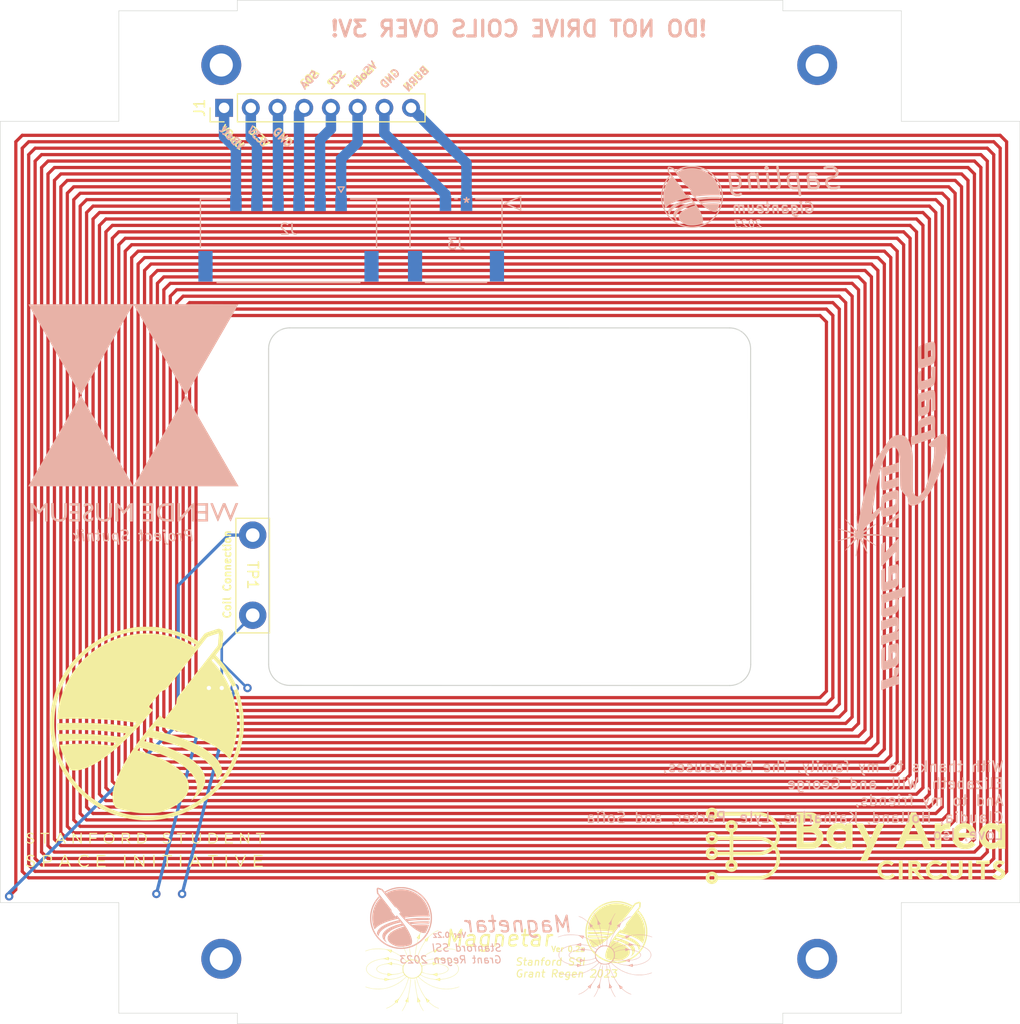
<source format=kicad_pcb>
(kicad_pcb (version 20221018) (generator pcbnew)
  (layers (0 "F.Cu" signal) (1 "In1.Cu" signal) (2 "In2.Cu" signal) (3 "In3.Cu" signal) (4 "In4.Cu" signal) (31 "B.Cu" signal) (34 "B.Paste" user) (35 "F.Paste" user) (36 "B.SilkS" user "B.Silkscreen") (37 "F.SilkS" user "F.Silkscreen") (38 "B.Mask" user) (39 "F.Mask" user) (44 "Edge.Cuts" user))
  (net 0 "")
  (net 5 "Net-(J1-Pin_1)")
  (net 6 "Net-(J1-Pin_2)")
  (net 7 "Net-(J1-Pin_3)")
  (net 8 "Net-(J1-Pin_4)")
  (net 9 "Coil_IN")
  (net 10 "Net-(J1-Pin_5)")
  (net 11 "Net-(J1-Pin_6)")
  (net 12 "Net-(J1-Pin_7)")
  (net 13 "Net-(J1-Pin_8)")
  (footprint "Connector_PinHeader_2.54mm:PinHeader_1x08_P2.54mm_Vertical" (layer "F.Cu") (at 106.254 54.5856 90)
    (fp_text reference "J1" (at 0 -2.33 90) (layer "F.SilkS"))
    (fp_text value "Screw_Terminal_01x08" hide)
    (pad "1" thru_hole rect locked (at 0 0 90) (size 1.7 1.7) (drill 1) (layers "*.Cu" "*.Mask") (net 5 "Net-(J1-Pin_1)"))
    (pad "2" thru_hole oval locked (at 0 2.54 90) (size 1.7 1.7) (drill 1) (layers "*.Cu" "*.Mask") (net 6 "Net-(J1-Pin_2)"))
    (pad "3" thru_hole oval locked (at 0 5.08 90) (size 1.7 1.7) (drill 1) (layers "*.Cu" "*.Mask") (net 7 "Net-(J1-Pin_3)"))
    (pad "4" thru_hole oval locked (at 0 7.62 90) (size 1.7 1.7) (drill 1) (layers "*.Cu" "*.Mask") (net 8 "Net-(J1-Pin_4)"))
    (pad "5" thru_hole oval locked (at 0 10.16 90) (size 1.7 1.7) (drill 1) (layers "*.Cu" "*.Mask") (net 10 "Net-(J1-Pin_5)"))
    (pad "6" thru_hole oval locked (at 0 12.7 90) (size 1.7 1.7) (drill 1) (layers "*.Cu" "*.Mask") (net 11 "Net-(J1-Pin_6)"))
    (pad "7" thru_hole oval locked (at 0 15.24 90) (size 1.7 1.7) (drill 1) (layers "*.Cu" "*.Mask") (net 12 "Net-(J1-Pin_7)"))
    (pad "8" thru_hole oval locked (at 0 17.78 90) (size 1.7 1.7) (drill 1) (layers "*.Cu" "*.Mask") (net 13 "Net-(J1-Pin_8)"))
  )
  (footprint "panels:logo_magnet_1" (layer "F.Cu") (at 124.172808 136.476222)
    (fp_text reference "REF**" hide)
    (fp_text value "logo_magnet_1" hide)
  )
  (footprint "panels:BAC_logo" (layer "F.Cu") (at 166.53 124.35)
    (fp_text reference "REF**" hide)
    (fp_text value "BAC_logo" hide)
  )
  (footprint "MountingHole:MountingHole_2.2mm_M2_DIN965_Pad_TopBottom" (layer "F.Cu") (at 162.662 50.5132)
    (fp_text reference "H3")
    (fp_text value "~")
    (pad "1" thru_hole circle (at 0 0) (size 2.6 2.6) (drill 2.2) (layers "*.Cu" "*.Mask"))
    (pad "1" connect circle (at 0 0) (size 3.8 3.8) (layers "F.Cu" "F.Mask"))
    (pad "1" connect circle (at 0 0) (size 3.8 3.8) (layers "B.Cu" "B.Mask"))
  )
  (footprint "panels:logo_SSI_small" (layer "F.Cu") (at 143.402808 133.246222)
    (fp_text reference "REF**" hide)
    (fp_text value "logo_SSI_small" hide)
  )
  (footprint "MountingHole:MountingHole_2.2mm_M2_DIN965_Pad_TopBottom" (layer "F.Cu") (at 162.662 135.5132)
    (fp_text reference "H2")
    (fp_text value "~")
    (pad "1" thru_hole circle (at 0 0) (size 2.6 2.6) (drill 2.2) (layers "*.Cu" "*.Mask"))
    (pad "1" connect circle (at 0 0) (size 3.8 3.8) (layers "F.Cu" "F.Mask"))
    (pad "1" connect circle (at 0 0) (size 3.8 3.8) (layers "B.Cu" "B.Mask"))
  )
  (footprint "panels:logo_SSI" (layer "F.Cu") (at 99.14 113.82)
    (fp_text reference "REF**" hide)
    (fp_text value "logo_SSI" hide)
  )
  (footprint "panels:TestPointConnection" (layer "F.Cu") (at 108.476 99.0376 -90)
    (fp_text reference "TP1" (at 0 -0.5 -90 unlocked) (layer "F.SilkS"))
    (fp_text value "Start/End of Coil Series" hide)
    (pad "1" thru_hole circle (at -3.82 -0.5 270) (size 2.6 2.6) (drill 1.3) (layers "*.Cu" "*.Mask") (net 9 "Coil_IN"))
    (pad "2" thru_hole circle (at 3.8 -0.5 270) (size 2.6 2.6) (drill 1.3) (layers "*.Cu" "*.Mask") (net 9 "Coil_IN"))
  )
  (footprint "MountingHole:MountingHole_2.2mm_M2_DIN965_Pad_TopBottom" (layer "F.Cu") (at 105.988 135.5132)
    (fp_text reference "H1")
    (fp_text value "~")
    (pad "1" thru_hole circle (at 0 0) (size 2.6 2.6) (drill 2.2) (layers "*.Cu" "*.Mask"))
    (pad "1" connect circle (at 0 0) (size 3.8 3.8) (layers "F.Cu" "F.Mask"))
    (pad "1" connect circle (at 0 0) (size 3.8 3.8) (layers "B.Cu" "B.Mask"))
  )
  (footprint "MountingHole:MountingHole_2.2mm_M2_DIN965_Pad_TopBottom" (layer "F.Cu") (at 105.988 50.5132)
    (fp_text reference "H4" hide)
    (fp_text value "~")
    (pad "1" thru_hole circle (at 0 0) (size 2.6 2.6) (drill 2.2) (layers "*.Cu" "*.Mask"))
    (pad "1" connect circle (at 0 0) (size 3.8 3.8) (layers "F.Cu" "F.Mask"))
    (pad "1" connect circle (at 0 0) (size 3.8 3.8) (layers "B.Cu" "B.Mask"))
  )
  (footprint "panels:MOLEX_2053380006" (layer "B.Cu") (at 112.38 67.23)
    (fp_text reference "J2" (at 0 -1.11) (layer "B.SilkS") (effects (justify mirror)))
    (fp_text value "MOLEX_2053380006" hide)
    (pad "1" smd rect (at 5 -3.55) (size 1.1 1.45) (layers "B.Cu" "B.Paste") (net 11 "Net-(J1-Pin_6)"))
    (pad "2" smd rect (at 3 -3.55) (size 1.1 1.45) (layers "B.Cu" "B.Paste") (net 10 "Net-(J1-Pin_5)"))
    (pad "3" smd rect (at 1 -3.55) (size 1.1 1.45) (layers "B.Cu" "B.Paste") (net 8 "Net-(J1-Pin_4)"))
    (pad "4" smd rect (at -1 -3.55) (size 1.1 1.45) (layers "B.Cu" "B.Paste") (net 7 "Net-(J1-Pin_3)"))
    (pad "5" smd rect (at -3 -3.55) (size 1.1 1.45) (layers "B.Cu" "B.Paste") (net 6 "Net-(J1-Pin_2)"))
    (pad "6" smd rect (at -5 -3.55) (size 1.1 1.45) (layers "B.Cu" "B.Paste") (net 5 "Net-(J1-Pin_1)"))
    (pad "S1" smd rect (at 7.895 2.425) (size 1.35 2.9) (layers "B.Cu" "B.Paste"))
    (pad "S2" smd rect (at -7.895 2.425) (size 1.35 2.9) (layers "B.Cu" "B.Paste"))
  )
  (footprint "panels:logo_SSI_small" (layer "B.Cu") (at 150.91 63.33 180)
    (fp_text reference "REF**" hide)
    (fp_text value "logo_SSI_small" hide)
  )
  (footprint "panels:SLAB_logo" (layer "B.Cu") (at 171.03 93.61 90)
    (fp_text reference "REF**" hide)
    (fp_text value "SLAB_logo" hide)
  )
  (footprint "panels:logo_SSI_small" (layer "B.Cu") (at 123.238808 131.910222 180)
    (fp_text reference "REF**" hide)
    (fp_text value "logo_SSI_small" hide)
  )
  (footprint "panels:2053380002" (layer "B.Cu") (at 129.3085 63.670001)
    (fp_text reference "J3" (at -0.989991 3.849999) (layer "B.SilkS") (effects (justify mirror)))
    (fp_text value "Conn_01x02" hide)
    (fp_text user "*" (at 0 0 180) (layer "B.SilkS") (effects (justify mirror)))
    (pad "1" smd rect (at 0 0) (size 1.1 1.45) (layers "B.Cu" "B.Paste" "B.Mask") (net 13 "Net-(J1-Pin_8)"))
    (pad "2" smd rect (at -2.000001 0) (size 1.1 1.45) (layers "B.Cu" "B.Paste" "B.Mask") (net 12 "Net-(J1-Pin_7)"))
    (pad "3" smd rect (at 2.894998 5.974999) (size 1.35 2.899999) (layers "B.Cu" "B.Paste" "B.Mask"))
    (pad "4" smd rect (at -4.894997 5.974999) (size 1.35 2.899999) (layers "B.Cu" "B.Paste" "B.Mask"))
  )
  (footprint "panels:logo_Wende_Sputnik" (layer "B.Cu") (at 97.62899 81.785361 180)
    (fp_text reference "REF**" hide)
    (fp_text value "logo_Wende_Sputnik" hide)
    (fp_text user "Project Sputnik" (at 0 -13.5 unlocked) (layer "B.SilkS") (effects (font (thickness 0.15) italic) (justify mirror)))
  )
  (footprint "panels:logo_magnet_1" (layer "B.Cu") (at 142.468808 135.140222 180)
    (fp_text reference "REF**" hide)
    (fp_text value "logo_magnet_1" hide)
  )
  (gr_line (start 159.388 140.6832) (end 159.388 141.6832) (stroke (width 0.05)) (layer "Edge.Cuts"))
  (gr_line (start 107.516 140.6832) (end 96.242 140.6832) (stroke (width 0.05)) (layer "Edge.Cuts"))
  (gr_arc (start 110.487719 77.516795) (mid 111.0739 76.099372) (end 112.49 75.51) (stroke (width 0.1)) (layer "Edge.Cuts"))
  (gr_line (start 181.936 130.1676) (end 181.938 55.87) (stroke (width 0.05)) (layer "Edge.Cuts"))
  (gr_line (start 107.516 141.6832) (end 107.516 140.6832) (stroke (width 0.05)) (layer "Edge.Cuts"))
  (gr_line (start 154.334519 109.52) (end 112.496795 109.51) (stroke (width 0.1)) (layer "Edge.Cuts"))
  (gr_line (start 181.938 55.87) (end 170.664 55.87) (stroke (width 0.05)) (layer "Edge.Cuts"))
  (gr_line (start 170.662 140.6832) (end 170.662 130.1676) (stroke (width 0.05)) (layer "Edge.Cuts"))
  (gr_line (start 84.97 55.87) (end 84.968 130.1676) (stroke (width 0.05)) (layer "Edge.Cuts"))
  (gr_arc (start 112.496795 109.51) (mid 111.079372 108.923819) (end 110.49 107.507719) (stroke (width 0.1)) (layer "Edge.Cuts"))
  (gr_line (start 96.244 55.87) (end 96.244 45.3544) (stroke (width 0.05)) (layer "Edge.Cuts"))
  (gr_line (start 112.49 75.51) (end 154.32 75.5132) (stroke (width 0.1)) (layer "Edge.Cuts"))
  (gr_line (start 110.487719 77.516795) (end 110.49 107.507719) (stroke (width 0.1)) (layer "Edge.Cuts"))
  (gr_line (start 181.936 130.1676) (end 170.662 130.1676) (stroke (width 0.05)) (layer "Edge.Cuts"))
  (gr_line (start 107.518 45.3544) (end 107.518 44.3544) (stroke (width 0.05)) (layer "Edge.Cuts"))
  (gr_line (start 170.664 45.3544) (end 159.39 45.3544) (stroke (width 0.05)) (layer "Edge.Cuts"))
  (gr_line (start 156.326795 77.515481) (end 156.3368 107.513205) (stroke (width 0.1)) (layer "Edge.Cuts"))
  (gr_arc (start 156.3368 107.513205) (mid 155.750619 108.930628) (end 154.334519 109.52) (stroke (width 0.1)) (layer "Edge.Cuts"))
  (gr_line (start 170.664 55.87) (end 170.664 45.3544) (stroke (width 0.05)) (layer "Edge.Cuts"))
  (gr_line (start 107.518 45.3544) (end 96.244 45.3544) (stroke (width 0.05)) (layer "Edge.Cuts"))
  (gr_line (start 159.388 141.6832) (end 107.516 141.6832) (stroke (width 0.05)) (layer "Edge.Cuts"))
  (gr_line (start 159.39 44.3544) (end 159.39 45.3544) (stroke (width 0.05)) (layer "Edge.Cuts"))
  (gr_line (start 159.39 44.3544) (end 107.518 44.3544) (stroke (width 0.05)) (layer "Edge.Cuts"))
  (gr_line (start 96.242 130.1676) (end 84.968 130.1676) (stroke (width 0.05)) (layer "Edge.Cuts"))
  (gr_line (start 170.662 140.6832) (end 159.388 140.6832) (stroke (width 0.05)) (layer "Edge.Cuts"))
  (gr_line (start 96.242 140.6832) (end 96.242 130.1676) (stroke (width 0.05)) (layer "Edge.Cuts"))
  (gr_line (start 96.244 55.87) (end 84.97 55.87) (stroke (width 0.05)) (layer "Edge.Cuts"))
  (gr_arc (start 154.32 75.5132) (mid 155.737423 76.099381) (end 156.326795 77.515481) (stroke (width 0.1)) (layer "Edge.Cuts"))
  (gr_text "2023" (at 157.514 65.616) (layer "B.SilkS") (effects (font (size 0.7 0.7) (thickness 0.1) italic) (justify left mirror)))
  (gr_text "SDA" (at 114.37 51.92 45) (layer "B.SilkS") (effects (font (size 0.7 0.7)) (justify mirror)))
  (gr_text "!DO NOT DRIVE COILS OVER 3V!" (at 134.28 47.07) (layer "B.SilkS") (effects (font (size 1.5 1.5) (thickness 0.3)) (justify mirror)))
  (gr_text "Stanford SSI \nGrant Regen 2023" (at 132.738808 135.030222) (layer "B.SilkS") (effects (font (size 0.7 0.7) (thickness 0.1) italic) (justify left mirror)))
  (gr_text "VSolar" (at 119.44 51.54 45) (layer "B.SilkS") (effects (font (size 0.7 0.7)) (justify mirror)))
  (gr_text "3.3V\n" (at 109.45 57.33 315) (layer "B.SilkS") (effects (font (size 0.7 0.7)) (justify mirror)))
  (gr_text "VBatt" (at 107 57.45 315) (layer "B.SilkS") (effects (font (size 0.7 0.7)) (justify mirror)))
  (gr_text "Sapling" (at 159.546 61.298) (layer "B.SilkS") (effects (font (size 2 2) (thickness 0.25) italic) (justify mirror)))
  (gr_text "Ver 0.2z" (at 127.688808 133.250222) (layer "B.SilkS") (effects (font (size 0.5 0.5) (thickness 0.1)) (justify mirror)))
  (gr_text "SCL" (at 116.92 51.88 45) (layer "B.SilkS") (effects (font (size 0.7 0.7)) (justify mirror)))
  (gr_text "BURN" (at 124.51 51.84 45) (layer "B.SilkS") (effects (font (size 0.7 0.7)) (justify mirror)))
  (gr_text "GND" (at 111.79 57.45 315) (layer "B.SilkS") (effects (font (size 0.7 0.7)) (justify mirror)))
  (gr_text "Magnetar" (at 134.258808 132.230222) (layer "B.SilkS") (effects (font (size 1.5 1.5) (thickness 0.2) italic) (justify mirror)))
  (gr_text "With thanks to my family, The Porteouses,\nElizabeth, Will, and George\nAnd to my friends,\nClaudia, Holland, Katharine, Lyle, Parker, and Sofia\nLove, Iso" (at 180.49 120.46) (layer "B.SilkS") (effects (font (size 1 1)) (justify left mirror)))
  (gr_text "Giganteum" (at 158.53 64.092) (layer "B.SilkS") (effects (font (size 1 1) (thickness 0.18) italic) (justify mirror)))
  (gr_text "GND\n" (at 122.04 51.8 45) (layer "B.SilkS") (effects (font (size 0.7 0.7)) (justify mirror)))
  (gr_text "SCL" (at 116.922 51.7916 45) (layer "F.SilkS") (effects (font (size 0.7 0.7))))
  (gr_text "3.3V\n" (at 109.556 57.3796 -45) (layer "F.SilkS") (effects (font (size 0.7 0.7))))
  (gr_text "Stanford SSI \nGrant Regen 2023" (at 133.902808 136.366222) (layer "F.SilkS") (effects (font (size 0.7 0.7) (thickness 0.1) italic) (justify left)))
  (gr_text "Coil Connection" (at 106.55 98.95 90) (layer "F.SilkS") (effects (font (size 0.7 0.7))))
  (gr_text "GND\n" (at 122.002 51.7916 45) (layer "F.SilkS") (effects (font (size 0.7 0.7))))
  (gr_text "VBatt" (at 107.016 57.3796 -45) (layer "F.SilkS") (effects (font (size 0.7 0.7))))
  (gr_text "GND" (at 111.842 57.3796 -45) (layer "F.SilkS") (effects (font (size 0.7 0.7))))
  (gr_text "BURN" (at 124.542 51.7916 45) (layer "F.SilkS") (effects (font (size 0.7 0.7))))
  (gr_text "VSolar" (at 119.462 51.5376 45) (layer "F.SilkS") (effects (font (size 0.7 0.7))))
  (gr_text "Ver 0.2z" (at 138.952808 134.586222) (layer "F.SilkS") (effects (font (size 0.5 0.5) (thickness 0.1))))
  (gr_text "Magnetar" (at 132.382808 133.566222) (layer "F.SilkS") (effects (font (size 1.5 1.5) (thickness 0.2) italic)))
  (gr_text "SDA" (at 114.382 51.7916 45) (layer "F.SilkS") (effects (font (size 0.7 0.7))))
  (segment (start 107.38 58.45) (end 106.254 57.324) (width 1) (layer "B.Cu") (net 5))
  (segment (start 106.254 57.324) (end 106.254 54.5856) (width 1) (layer "B.Cu") (net 5))
  (segment (start 107.38 63.68) (end 107.38 58.45) (width 1) (layer "B.Cu") (net 5))
  (segment (start 109.45 58.08) (end 109.38 58.15) (width 1) (layer "B.Cu") (net 6))
  (segment (start 109.38 58.15) (end 109.38 63.68) (width 1) (layer "B.Cu") (net 6))
  (segment (start 108.794 54.5856) (end 108.794 57.424) (width 1) (layer "B.Cu") (net 6))
  (segment (start 108.794 57.424) (end 109.45 58.08) (width 1) (layer "B.Cu") (net 6))
  (segment (start 111.38 54.6316) (end 111.334 54.5856) (width 1) (layer "B.Cu") (net 7))
  (segment (start 111.38 63.68) (end 111.38 54.6316) (width 1) (layer "B.Cu") (net 7))
  (segment (start 113.38 63.68) (end 113.38 55.0796) (width 1) (layer "B.Cu") (net 8))
  (segment (start 113.38 55.0796) (end 113.874 54.5856) (width 1) (layer "B.Cu") (net 8))
  (segment (start 170.880001 117.405999) (end 170.268 118.017999) (width 0.306) (layer "F.Cu") (net 9))
  (segment (start 173.328001 63.93) (end 173.940001 64.542) (width 0.306) (layer "F.Cu") (net 9))
  (segment (start 90.732001 60.87) (end 176.388001 60.87) (width 0.306) (layer "F.Cu") (net 9))
  (segment (start 165.984001 112.509999) (end 165.372001 113.121999) (width 0.306) (layer "F.Cu") (net 9))
  (segment (start 101.748001 113.733999) (end 101.136 113.121999) (width 0.306) (layer "F.Cu") (net 9))
  (segment (start 169.656001 116.182) (end 169.044001 116.793999) (width 0.306) (layer "F.Cu") (net 9))
  (segment (start 170.268 118.017999) (end 97.464001 118.017999) (width 0.306) (layer "F.Cu") (net 9))
  (segment (start 175.776001 61.482) (end 176.388001 62.094) (width 0.306) (layer "F.Cu") (net 9))
  (segment (start 176.388001 60.87) (end 177.000001 61.482) (width 0.306) (layer "F.Cu") (net 9))
  (segment (start 179.448001 127.197999) (end 88.284001 127.197999) (width 0.306) (layer "F.Cu") (net 9))
  (segment (start 164.148 74.334) (end 164.148 110.674) (width 0.306) (layer "F.Cu") (net 9))
  (segment (start 99.300001 116.181999) (end 98.688001 115.569999) (width 0.306) (layer "F.Cu") (net 9))
  (segment (start 178.836001 58.422) (end 179.448001 59.034) (width 0.306) (layer "F.Cu") (net 9))
  (segment (start 100.524001 70.662) (end 166.596 70.662) (width 0.306) (layer "F.Cu") (net 9))
  (segment (start 162.924001 74.334) (end 163.536001 74.946) (width 0.306) (layer "F.Cu") (net 9))
  (segment (start 163.536001 110.061999) (end 162.924001 110.673999) (width 0.306) (layer "F.Cu") (net 9))
  (segment (start 178.836001 59.645999) (end 178.836001 125.362) (width 0.306) (layer "F.Cu") (net 9))
  (segment (start 98.688001 68.826) (end 168.432001 68.826) (width 0.306) (layer "F.Cu") (net 9))
  (segment (start 96.852001 68.214) (end 96.852001 117.406) (width 0.306) (layer "F.Cu") (net 9))
  (segment (start 177.612 125.362) (end 90.120001 125.362) (width 0.306) (layer "F.Cu") (net 9))
  (segment (start 87.672001 57.81) (end 179.448001 57.81) (width 0.306) (layer "F.Cu") (net 9))
  (segment (start 95.016001 120.465999) (end 94.404001 119.853999) (width 0.306) (layer "F.Cu") (net 9))
  (segment (start 89.508001 60.87) (end 90.120001 60.258) (width 0.306) (layer "F.Cu") (net 9))
  (segment (start 95.628001 66.99) (end 95.628001 118.63) (width 0.306) (layer "F.Cu") (net 9))
  (segment (start 89.508001 60.87) (end 89.508001 124.75) (width 0.306) (layer "F.Cu") (net 9))
  (segment (start 98.076001 69.438) (end 98.076001 116.182) (width 0.306) (layer "F.Cu") (net 9))
  (segment (start 173.328001 119.853999) (end 172.716001 120.465999) (width 0.306) (layer "F.Cu") (net 9))
  (segment (start 93.792001 121.69) (end 93.18 121.078) (width 0.306) (layer "F.Cu") (net 9))
  (segment (start 178.836001 126.585999) (end 88.896001 126.585999) (width 0.306) (layer "F.Cu") (net 9))
  (segment (start 170.268 66.99) (end 170.880001 67.602) (width 0.306) (layer "F.Cu") (net 9))
  (segment (start 96.852001 68.214) (end 97.464001 67.602) (width 0.306) (layer "F.Cu") (net 9))
  (segment (start 177 124.75) (end 90.732 124.75) (width 0.306) (layer "F.Cu") (net 9))
  (segment (start 90.120001 60.258) (end 177 60.258) (width 0.306) (layer "F.Cu") (net 9))
  (segment (start 87.060001 57.198) (end 86.448001 57.81) (width 0.306) (layer "F.Cu") (net 9))
  (segment (start 87.672 127.81) (end 180.06 127.81) (width 0.306) (layer "F.Cu") (net 9))
  (segment (start 163.536 111.286) (end 104.196 111.286) (width 0.306) (layer "F.Cu") (net 9))
  (segment (start 170.880001 67.602) (end 170.880001 117.405999) (width 0.306) (layer "F.Cu") (net 9))
  (segment (start 172.104001 65.154) (end 172.716001 65.766) (width 0.306) (layer "F.Cu") (net 9))
  (segment (start 101.748001 73.109999) (end 102.360001 72.498) (width 0.306) (layer "F.Cu") (net 9))
  (segment (start 166.596001 71.886) (end 166.596001 113.121999) (width 0.306) (layer "F.Cu") (net 9))
  (segment (start 178.224001 124.75) (end 177.612 125.362) (width 0.306) (layer "F.Cu") (net 9))
  (segment (start 174.552001 62.706) (end 175.164001 63.317999) (width 0.306) (layer "F.Cu") (net 9))
  (segment (start 87.672001 59.034) (end 88.284001 58.422) (width 0.306) (layer "F.Cu") (net 9))
  (segment (start 95.016001 66.377999) (end 95.016001 119.242) (width 0.306) (layer "F.Cu") (net 9))
  (segment (start 98.688001 116.793999) (end 98.076 116.182) (width 0.306) (layer "F.Cu") (net 9))
  (segment (start 103.584001 73.722) (end 163.536 73.722) (width 0.306) (layer "F.Cu") (net 9))
  (segment (start 167.208 113.733999) (end 166.596 114.345999) (width 0.306) (layer "F.Cu") (net 9))
  (segment (start 95.016001 66.377999) (end 95.628001 65.766) (width 0.306) (layer "F.Cu") (net 9))
  (segment (start 171.492 119.241999) (end 96.240001 119.241999) (width 0.306) (layer "F.Cu") (net 9))
  (segment (start 173.94 121.69) (end 93.792001 121.69) (width 0.306) (layer "F.Cu") (net 9))
  (segment (start 92.568001 63.93) (end 92.568001 121.69) (width 0.306) (layer "F.Cu") (net 9))
  (segment (start 86.448001 128.931999) (end 85.81 129.57) (width 0.306) (layer "F.Cu") (net 9))
  (segment (start 175.164001 122.913999) (end 92.568001 122.913999) (width 0.306) (layer "F.Cu") (net 9))
  (segment (start 177.000001 123.525999) (end 176.388001 124.137999) (width 0.306) (layer "F.Cu") (net 9))
  (segment (start 180.672 57.81) (end 180.06 57.198) (width 0.306) (layer "F.Cu") (net 9))
  (segment (start 178.836001 125.362) (end 178.224001 125.974) (width 0.306) (layer "F.Cu") (net 9))
  (segment (start 98.076001 69.438) (end 98.688001 68.826) (width 0.306) (layer "F.Cu") (net 9))
  (segment (start 104.196 111.286) (end 103.584 110.674) (width 0.306) (layer "F.Cu") (net 9))
  (segment (start 96.240001 67.602) (end 96.852001 66.99) (width 0.306) (layer "F.Cu") (net 9))
  (segment (start 88.896001 126.585999) (end 88.284001 125.973999) (width 0.306) (layer "F.Cu") (net 9))
  (segment (start 89.508001 59.646) (end 177.612 59.646) (width 0.306) (layer "F.Cu") (net 9))
  (segment (start 178.224001 125.974) (end 89.508001 125.974) (width 0.306) (layer "F.Cu") (net 9))
  (segment (start 169.044001 69.438) (end 169.044001 115.569999) (width 0.306) (layer "F.Cu") (net 9))
  (segment (start 180.060001 58.422) (end 180.060001 126.585999) (width 0.306) (layer "F.Cu") (net 9))
  (segment (start 93.180001 64.542) (end 93.180001 121.078) (width 0.306) (layer "F.Cu") (net 9))
  (segment (start 100.524001 71.886) (end 100.524001 113.734) (width 0.306) (layer "F.Cu") (net 9))
  (segment (start 102.972001 74.334) (end 103.584001 73.722) (width 0.306) (layer "F.Cu") (net 9))
  (segment (start 99.300001 70.662) (end 99.912001 70.05) (width 0.306) (layer "F.Cu") (net 9))
  (segment (start 90.120001 125.362) (end 89.508001 124.75) (width 0.306) (layer "F.Cu") (net 9))
  (segment (start 169.656001 68.826) (end 169.656001 116.182) (width 0.306) (layer "F.Cu") (net 9))
  (segment (start 100.524001 114.957999) (end 99.912001 114.345999) (width 0.306) (layer "F.Cu") (net 9))
  (segment (start 169.044001 116.793999) (end 98.688001 116.793999) (width 0.306) (layer "F.Cu") (net 9))
  (segment (start 172.104001 118.629999) (end 171.492 119.241999) (width 0.306) (layer "F.Cu") (net 9))
  (segment (start 167.820001 70.662) (end 167.820001 114.345999) (width 0.306) (layer "F.Cu") (net 9))
  (segment (start 91.956001 63.317999) (end 91.956001 122.302) (width 0.306) (layer "F.Cu") (net 9))
  (segment (start 172.104001 66.377999) (end 172.104001 118.629999) (width 0.306) (layer "F.Cu") (net 9))
  (segment (start 171.492001 66.99) (end 171.492001 118.018) (width 0.306) (layer "F.Cu") (net 9))
  (segment (start 175.776001 62.706) (end 175.776001 122.302) (width 0.306) (layer "F.Cu") (net 9))
  (segment (start 86.448001 57.81) (end 86.448001 128.931999) (width 0.306) (layer "F.Cu") (net 9))
  (segment (start 169.656 117.405999) (end 98.076 117.405999) (width 0.306) (layer "F.Cu") (net 9))
  (segment (start 91.344001 62.706) (end 91.344001 122.914) (width 0.306) (layer "F.Cu") (net 9))
  (segment (start 180.06 127.81) (end 180.672 127.198) (width 0.306) (layer "F.Cu") (net 9))
  (segment (start 169.044001 115.569999) (end 168.432001 116.181999) (width 0.306) (layer "F.Cu") (net 9))
  (segment (start 88.284001 58.422) (end 178.836001 58.422) (width 0.306) (layer "F.Cu") (net 9))
  (segment (start 180.06 57.198) (end 87.060001 57.198) (width 0.306) (layer "F.Cu") (net 9))
  (segment (start 91.344001 62.706) (end 91.956001 62.094) (width 0.306) (layer "F.Cu") (net 9))
  (segment (start 101.136001 71.274) (end 165.984001 71.274) (width 0.306) (layer "F.Cu") (net 9))
  (segment (start 101.136001 72.498) (end 101.748001 71.886) (width 0.306) (layer "F.Cu") (net 9))
  (segment (start 175.164001 121.689999) (end 174.552001 122.301999) (width 0.306) (layer "F.Cu") (net 9))
  (segment (start 93.792001 65.154) (end 93.792001 120.466) (width 0.306) (layer "F.Cu") (net 9))
  (segment (start 98.076001 68.214) (end 169.044001 68.214) (width 0.306) (layer "F.Cu") (net 9))
  (segment (start 88.896001 59.034) (end 178.224001 59.034) (width 0.306) (layer "F.Cu") (net 9))
  (segment (start 94.404001 65.766) (end 95.016001 65.154) (width 0.306) (layer "F.Cu") (net 9))
  (segment (start 165.372001 113.121999) (end 102.360001 113.121999) (width 0.306) (layer "F.Cu") (net 9))
  (segment (start 90.732 124.75) (end 90.12 124.138) (width 0.306) (layer "F.Cu") (net 9))
  (segment (start 178.224001 60.258) (end 178.224001 124.75) (width 0.306) (layer "F.Cu") (net 9))
  (segment (start 164.760001 72.498) (end 165.372001 73.109999) (width 0.306) (layer "F.Cu") (net 9))
  (segment (start 101.748001 73.109999) (end 101.748001 112.51) (width 0.306) (layer "F.Cu") (net 9))
  (segment (start 164.760001 73.722) (end 164.760001 111.286) (width 0.306) (layer "F.Cu") (net 9))
  (segment (start 170.268 116.793999) (end 169.656 117.405999) (width 0.306) (layer "F.Cu") (net 9))
  (segment (start 95.628001 66.99) (end 96.240001 66.378) (width 0.306) (layer "F.Cu") (net 9))
  (segment (start 176.388001 122.913999) (end 175.776001 123.525999) (width 0.306) (layer "F.Cu") (net 9))
  (segment (start 95.628001 65.766) (end 171.492 65.766) (width 0.306) (layer "F.Cu") (net 9))
  (segment (start 90.120001 61.482) (end 90.120001 124.138) (width 0.306) (layer "F.Cu") (net 9))
  (segment (start 164.760001 112.509999) (end 102.972001 112.509999) (width 0.306) (layer "F.Cu") (net 9))
  (segment (start 91.956001 62.094) (end 175.164001 62.094) (width 0.306) (layer "F.Cu") (net 9))
  (segment (start 102.972001 112.509999) (end 102.36 111.897999) (width 0.306) (layer "F.Cu") (net 9))
  (segment (start 172.716001 119.242) (end 172.104001 119.853999) (width 0.306) (layer "F.Cu") (net 9))
  (segment (start 92.568001 122.913999) (end 91.956 122.302) (width 0.306) (layer "F.Cu") (net 9))
  (segment (start 102.972001 74.334) (end 102.972001 111.286) (width 0.306) (layer "F.Cu") (net 9))
  (segment (start 167.208 71.274) (end 167.208 113.733999) (width 0.306) (layer "F.Cu") (net 9))
  (segment (start 102.360001 73.722) (end 102.360001 111.898) (width 0.306) (layer "F.Cu") (net 9))
  (segment (start 98.688001 70.049999) (end 99.300001 69.438) (width 0.306) (layer "F.Cu") (net 9))
  (segment (start 102.360001 72.498) (end 164.760001 72.498) (width 0.306) (layer "F.Cu") (net 9))
  (segment (start 91.956001 63.317999) (end 92.568001 62.706) (width 0.306) (layer "F.Cu") (net 9))
  (segment (start 96.240001 119.241999) (end 95.628001 118.629999) (width 0.306) (layer "F.Cu") (net 9))
  (segment (start 171.492 65.766) (end 172.104001 66.377999) (width 0.306) (layer "F.Cu") (net 9))
  (segment (start 167.820001 114.345999) (end 167.208 114.957999) (width 0.306) (layer "F.Cu") (net 9))
  (segment (start 164.148 110.674) (end 163.536 111.286) (width 0.306) (layer "F.Cu") (net 9))
  (segment (start 93.792001 63.93) (end 173.328001 63.93) (width 0.306) (layer "F.Cu") (net 9))
  (segment (start 167.208 70.05) (end 167.820001 70.662) (width 0.306) (layer "F.Cu") (net 9))
  (segment (start 168.432 70.049999) (end 168.432 114.957999) (width 0.306) (layer "F.Cu") (net 9))
  (segment (start 91.956001 123.525999) (end 91.344001 122.913999) (width 0.306) (layer "F.Cu") (net 9))
  (segment (start 102.360001 113.121999) (end 101.748001 112.509999) (width 0.306) (layer "F.Cu") (net 9))
  (segment (start 178.224001 59.034) (end 178.836001 59.645999) (width 0.306) (layer "F.Cu") (net 9))
  (segment (start 90.120001 61.482) (end 90.732001 60.87) (width 0.306) (layer "F.Cu") (net 9))
  (segment (start 177.000001 61.482) (end 177.000001 123.525999) (width 0.306) (layer "F.Cu") (net 9))
  (segment (start 105.42 110.673999) (end 104.808 109.755999) (width 0.306) (layer "F.Cu") (net 9))
  (segment (start 96.240001 67.602) (end 96.240001 118.018) (width 0.306) (layer "F.Cu") (net 9))
  (segment (start 96.852001 118.63) (end 96.24 118.018) (width 0.306) (layer "F.Cu") (net 9))
  (segment (start 172.716001 64.542) (end 173.328001 65.154) (width 0.306) (layer "F.Cu") (net 9))
  (segment (start 97.464001 68.826) (end 97.464001 116.794) (width 0.306) (layer "F.Cu") (net 9))
  (segment (start 88.896001 60.258) (end 88.896001 125.362) (width 0.306) (layer "F.Cu") (net 9))
  (segment (start 170.880001 66.378) (end 171.492001 66.99) (width 0.306) (layer "F.Cu") (net 9))
  (segment (start 165.372001 111.897999) (end 164.760001 112.509999) (width 0.306) (layer "F.Cu") (net 9))
  (segment (start 92.568001 62.706) (end 174.552001 62.706) (width 0.306) (layer "F.Cu") (net 9))
  (segment (start 177.612 60.87) (end 177.612 124.138) (width 0.306) (layer "F.Cu") (net 9))
  (segment (start 165.372001 73.109999) (end 165.372001 111.897999) (width 0.306) (layer "F.Cu") (net 9))
  (segment (start 99.912001 71.274) (end 99.912001 114.346) (width 0.306) (layer "F.Cu") (net 9))
  (segment (start 93.180001 64.542) (end 93.792001 63.93) (width 0.306) (layer "F.Cu") (net 9))
  (segment (start 94.404001 64.542) (end 172.716001 64.542) (width 0.306) (layer "F.Cu") (net 9))
  (segment (start 164.148001 73.11) (end 164.760001 73.722) (width 0.306) (layer "F.Cu") (net 9))
  (segment (start 93.792001 65.154) (end 94.404001 64.542) (width 0.306) (layer "F.Cu") (net 9))
  (segment (start 103.584001 111.898) (end 102.972001 111.286) (width 0.306) (layer "F.Cu") (net 9))
  (segment (start 87.060001 58.422) (end 87.672001 57.81) (width 0.306) (layer "F.Cu") (net 9))
  (segment (start 99.300001 70.662) (end 99.300001 114.958) (width 0.306) (layer "F.Cu") (net 9))
  (segment (start 173.94 63.318) (end 174.552 63.93) (width 0.306) (layer "F.Cu") (net 9))
  (segment (start 96.240001 66.378) (end 170.880001 66.378) (width 0.306) (layer "F.Cu") (net 9))
  (segment (start 179.448001 125.973999) (end 178.836001 126.585999) (width 0.306) (layer "F.Cu") (net 9))
  (segment (start 173.940001 64.542) (end 173.940001 120.465999) (width 0.306) (layer "F.Cu") (net 9))
  (segment (start 168.432 114.957999) (end 167.82 115.569999) (width 0.306) (layer "F.Cu") (net 9))
  (segment (start 166.596001 113.121999) (end 165.984001 113.733999) (width 0.306) (layer "F.Cu") (net 9))
  (segment (start 163.536001 74.946) (end 163.536001 110.061999) (width 0.306) (layer "F.Cu") (net 9))
  (segment (start 101.136001 72.498) (end 101.136001 113.121999) (width 0.306) (layer "F.Cu") (net 9))
  (segment (start 102.360001 73.722) (end 102.972001 73.11) (width 0.306) (layer "F.Cu") (net 9))
  (segment (start 167.208 114.957999) (end 100.524001 114.957999) (width 0.306) (layer "F.Cu") (net 9))
  (segment (start 172.716001 120.465999) (end 95.016001 120.465999) (width 0.306) (layer "F.Cu") (net 9))
  (segment (start 90.732001 62.094) (end 91.344001 61.482) (width 0.306) (layer "F.Cu") (net 9))
  (segment (start 93.180001 122.301999) (end 92.568001 121.689999) (width 0.306) (layer "F.Cu") (net 9))
  (segment (start 165.984001 72.498) (end 165.984001 112.509999) (width 0.306) (layer "F.Cu") (net 9))
  (segment (start 88.284001 59.645999) (end 88.284001 125.974) (width 0.306) (layer "F.Cu") (net 9))
  (segment (start 162.924001 110.673999) (end 105.42 110.673999) (width 0.306) (layer "F.Cu") (net 9))
  (segment (start 170.268 68.214) (end 170.268 116.793999) (width 0.306) (layer "F.Cu") (net 9))
  (segment (start 98.688001 70.049999) (end 98.688001 115.57) (width 0.306) (layer "F.Cu") (net 9))
  (segment (start 177 60.258) (end 177.612 60.87) (width 0.306) (layer "F.Cu") (net 9))
  (segment (start 175.776001 122.302) (end 175.164001 122.913999) (width 0.306) (layer "F.Cu") (net 9))
  (segment (start 96.852001 66.99) (end 170.268 66.99) (width 0.306) (layer "F.Cu") (net 9))
  (segment (start 94.404001 121.077999) (end 93.792001 120.465999) (width 0.306) (layer "F.Cu") (net 9))
  (segment (start 170.880001 118.63) (end 96.852001 118.63) (width 0.306) (layer "F.Cu") (net 9))
  (segment (start 174.552 121.078) (end 173.94 121.69) (width 0.306) (layer "F.Cu") (net 9))
  (segment (start 176.388001 62.094) (end 176.388001 122.913999) (width 0.306) (layer "F.Cu") (net 9))
  (segment (start 94.404001 65.766) (end 94.404001 119.854) (width 0.306) (layer "F.Cu") (net 9))
  (segment (start 173.940001 120.465999) (end 173.328001 121.077999) (width 0.306) (layer "F.Cu") (net 9))
  (segment (start 99.300001 69.438) (end 167.82 69.438) (width 0.306) (layer "F.Cu") (net 9))
  (segment (start 95.016001 65.154) (end 172.104001 65.154) (width 0.306) (layer "F.Cu") (net 9))
  (segment (start 164.760001 111.286) (end 164.148001 111.898) (width 0.306) (layer "F.Cu") (net 9))
  (segment (start 174.552001 122.301999) (end 93.180001 122.301999) (width 0.306) (layer "F.Cu") (net 9))
  (segment (start 163.536 73.722) (end 164.148 74.334) (width 0.306) (layer "F.Cu") (net 9))
  (segment (start 175.164001 63.317999) (end 175.164001 121.689999) (width 0.306) (layer "F.Cu") (net 9))
  (segment (start 91.344001 61.482) (end 175.776001 61.482) (width 0.306) (layer "F.Cu") (net 9))
  (segment (start 164.148001 111.898) (end 103.584001 111.898) (width 0.306) (layer "F.Cu") (net 9))
  (segment (start 97.464001 67.602) (end 169.656 67.602) (width 0.306) (layer "F.Cu") (net 9))
  (segment (start 172.716001 65.766) (end 172.716001 119.242) (width 0.306) (layer "F.Cu") (net 9))
  (segment (start 175.164001 62.094) (end 175.776001 62.706) (width 0.306) (layer "F.Cu") (net 9))
  (segment (start 88.284001 59.645999) (end 88.896001 59.034) (width 0.306) (layer "F.Cu") (net 9))
  (segment (start 168.432001 68.826) (end 169.044001 69.438) (width 0.306) (layer "F.Cu") (net 9))
  (segment (start 93.180001 63.318) (end 173.94 63.318) (width 0.306) (layer "F.Cu") (net 9))
  (segment (start 98.076 117.405999) (end 97.464 116.793999) (width 0.306) (layer "F.Cu") (net 9))
  (segment (start 99.912001 71.274) (end 100.524001 70.662) (width 0.306) (layer "F.Cu") (net 9))
  (segment (start 171.492001 118.018) (end 170.880001 118.63) (width 0.306) (layer "F.Cu") (net 9))
  (segment (start 101.136 114.345999) (end 100.524 113.733999) (width 0.306) (layer "F.Cu") (net 9))
  (segment (start 177.612 124.138) (end 177 124.75) (width 0.306) (layer "F.Cu") (net 9))
  (segment (start 179.448001 59.034) (end 179.448001 125.973999) (width 0.306) (layer "F.Cu") (net 9))
  (segment (start 177.612 59.646) (end 178.224001 60.258) (width 0.306) (layer "F.Cu") (net 9))
  (segment (start 166.596 70.662) (end 167.208 71.274) (width 0.306) (layer "F.Cu") (net 9))
  (segment (start 99.912001 70.05) (end 167.208 70.05) (width 0.306) (layer "F.Cu") (net 9))
  (segment (start 87.06 127.198) (end 87.672 127.81) (width 0.306) (layer "F.Cu") (net 9))
  (segment (start 169.656 67.602) (end 170.268 68.214) (width 0.306) (layer "F.Cu") (net 9))
  (segment (start 89.508001 125.974) (end 88.896 125.362) (width 0.306) (layer "F.Cu") (net 9))
  (segment (start 97.464001 68.826) (end 98.076001 68.214) (width 0.306) (layer "F.Cu") (net 9))
  (segment (start 165.372001 71.886) (end 165.984001 72.498) (width 0.306) (layer "F.Cu") (net 9))
  (segment (start 167.82 69.438) (end 168.432 70.049999) (width 0.306) (layer "F.Cu") (net 9))
  (segment (start 101.748001 71.886) (end 165.372001 71.886) (width 0.306) (layer "F.Cu") (net 9))
  (segment (start 103.584001 74.946) (end 103.584001 110.674) (width 0.306) (layer "F.Cu") (net 9))
  (segment (start 102.972001 73.11) (end 164.148001 73.11) (width 0.306) (layer "F.Cu") (net 9))
  (segment (start 174.552 63.93) (end 174.552 121.078) (width 0.306) (layer "F.Cu") (net 9))
  (segment (start 88.284001 127.197999) (end 87.672 126.585999) (width 0.306) (layer "F.Cu") (net 9))
  (segment (start 87.060001 58.422) (end 87.060001 127.198) (width 0.306) (layer "F.Cu") (net 9))
  (segment (start 103.584001 74.946) (end 104.196001 74.334) (width 0.306) (layer "F.Cu") (net 9))
  (segment (start 92.568001 63.93) (end 93.180001 63.318) (width 0.306) (layer "F.Cu") (net 9))
  (segment (start 173.328001 121.077999) (end 94.404001 121.077999) (width 0.306) (layer "F.Cu") (net 9))
  (segment (start 169.044001 68.214) (end 169.656001 68.826) (width 0.306) (layer "F.Cu") (net 9))
  (segment (start 179.448001 57.81) (end 180.060001 58.422) (width 0.306) (layer "F.Cu") (net 9))
  (segment (start 104.196001 74.334) (end 162.924001 74.334) (width 0.306) (layer "F.Cu") (net 9))
  (segment (start 95.628001 119.853999) (end 95.016 119.242) (width 0.306) (layer "F.Cu") (net 9))
  (segment (start 176.388001 124.137999) (end 91.344001 124.137999) (width 0.306) (layer "F.Cu") (net 9))
  (segment (start 165.984001 113.733999) (end 101.748001 113.733999) (width 0.306) (layer "F.Cu") (net 9))
  (segment (start 168.432001 116.181999) (end 99.300001 116.181999) (width 0.306) (layer "F.Cu") (net 9))
  (segment (start 175.776001 123.525999) (end 91.956001 123.525999) (width 0.306) (layer "F.Cu") (net 9))
  (segment (start 91.344001 124.137999) (end 90.732 123.525999) (width 0.306) (layer "F.Cu") (net 9))
  (segment (start 97.464001 118.017999) (end 96.852001 117.405999) (width 0.306) (layer "F.Cu") (net 9))
  (segment (start 165.984001 71.274) (end 166.596001 71.886) (width 0.306) (layer "F.Cu") (net 9))
  (segment (start 166.596 114.345999) (end 101.136 114.345999) (width 0.306) (layer "F.Cu") (net 9))
  (segment (start 99.912001 115.569999) (end 99.3 114.957999) (width 0.306) (layer "F.Cu") (net 9))
  (segment (start 173.328001 65.154) (end 173.328001 119.853999) (width 0.306) (layer "F.Cu") (net 9))
  (segment (start 100.524001 71.886) (end 101.136001 71.274) (width 0.306) (layer "F.Cu") (net 9))
  (segment (start 172.104001 119.853999) (end 95.628001 119.853999) (width 0.306) (layer "F.Cu") (net 9))
  (segment (start 90.732001 62.094) (end 90.732001 123.526) (width 0.306) (layer "F.Cu") (net 9))
  (segment (start 180.060001 126.585999) (end 179.448001 127.197999) (width 0.306) (layer "F.Cu") (net 9))
  (segment (start 180.672 127.198) (end 180.672 57.81) (width 0.306) (layer "F.Cu") (net 9))
  (segment (start 88.896001 60.258) (end 89.508001 59.646) (width 0.306) (layer "F.Cu") (net 9))
  (segment (start 167.82 115.569999) (end 99.912001 115.569999) (width 0.306) (layer "F.Cu") (net 9))
  (segment (start 87.672001 59.034) (end 87.672001 126.585999) (width 0.306) (layer "F.Cu") (net 9))
  (via (at 99.814 129.34) (size 0.8) (drill 0.4) (layers "F.Cu" "B.Cu") (net 9))
  (via (at 104.808 109.755999) (size 0.8) (drill 0.4) (layers "F.Cu" "B.Cu") (net 9))
  (via (at 102.262001 129.34) (size 0.8) (drill 0.4) (layers "F.Cu" "B.Cu") (net 9))
  (via (at 106.032 109.755999) (size 0.8) (drill 0.4) (layers "F.Cu" "B.Cu") (net 9))
  (via (at 107.256 109.755999) (size 0.8) (drill 0.4) (layers "F.Cu" "B.Cu") (net 9))
  (via (at 108.48 109.755999) (size 0.8) (drill 0.4) (layers "F.Cu" "B.Cu") (net 9))
  (via (at 85.81 129.57) (size 0.8) (drill 0.4) (layers "F.Cu" "B.Cu") (net 9))
  (segment (start 101.89 100) (end 106.6724 95.2176) (width 0.306) (layer "B.Cu") (net 9))
  (segment (start 101.89 113.15) (end 101.89 100) (width 0.306) (layer "B.Cu") (net 9))
  (segment (start 108.445999 109.755999) (end 106.032 107.342) (width 0.25) (layer "B.Cu") (net 9))
  (segment (start 101.89 113.15) (end 85.81 129.23) (width 0.306) (layer "B.Cu") (net 9))
  (segment (start 102.262001 129.34) (end 107.256 109.755999) (width 0.306) (layer "B.Cu") (net 9))
  (segment (start 108.48 109.755999) (end 108.445999 109.755999) (width 0.25) (layer "B.Cu") (net 9))
  (segment (start 106.032 105.7816) (end 108.976 102.8376) (width 0.25) (layer "B.Cu") (net 9))
  (segment (start 106.032 109.755999) (end 106.032 107.342) (width 0.25) (layer "B.Cu") (net 9))
  (segment (start 85.81 129.23) (end 85.81 129.57) (width 0.306) (layer "B.Cu") (net 9))
  (segment (start 99.814 129.34) (end 104.808 109.755999) (width 0.306) (layer "B.Cu") (net 9))
  (segment (start 106.032 107.342) (end 106.032 105.7816) (width 0.25) (layer "B.Cu") (net 9))
  (segment (start 106.6724 95.2176) (end 108.976 95.2176) (width 0.306) (layer "B.Cu") (net 9))
  (segment (start 115.38 63.68) (end 115.38 57.62) (width 1) (layer "B.Cu") (net 10))
  (segment (start 116.414 56.586) (end 116.414 54.5856) (width 1) (layer "B.Cu") (net 10))
  (segment (start 115.38 57.62) (end 116.414 56.586) (width 1) (layer "B.Cu") (net 10))
  (segment (start 118.954 57.866) (end 118.954 54.5856) (width 1) (layer "B.Cu") (net 11))
  (segment (start 117.38 59.44) (end 118.954 57.866) (width 1) (layer "B.Cu") (net 11))
  (segment (start 117.38 63.68) (end 117.38 59.44) (width 1) (layer "B.Cu") (net 11))
  (segment (start 121.494 57.004) (end 121.494 54.5856) (width 1) (layer "B.Cu") (net 12))
  (segment (start 127.308499 63.670001) (end 127.308499 62.818499) (width 1) (layer "B.Cu") (net 12))
  (segment (start 127.308499 62.818499) (end 121.494 57.004) (width 1) (layer "B.Cu") (net 12))
  (segment (start 129.3085 63.670001) (end 129.3085 59.8601) (width 1) (layer "B.Cu") (net 13))
  (segment (start 129.3085 59.8601) (end 124.034 54.5856) (width 1) (layer "B.Cu") (net 13))
)
</source>
